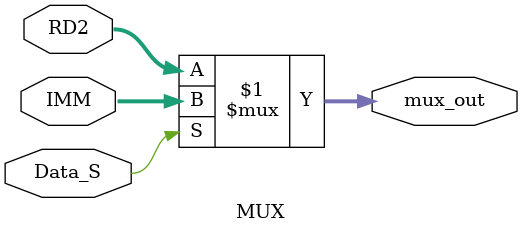
<source format=v>
`timescale 1ns / 1ps


module MUX #(parameter WIDTH = 32)(
    input Data_S,
    input [WIDTH-1:0] RD2, 
    input [WIDTH-1:0] IMM,
    output [WIDTH-1:0] mux_out 

    );
    
    assign mux_out = Data_S ? IMM : RD2; 
    
endmodule

</source>
